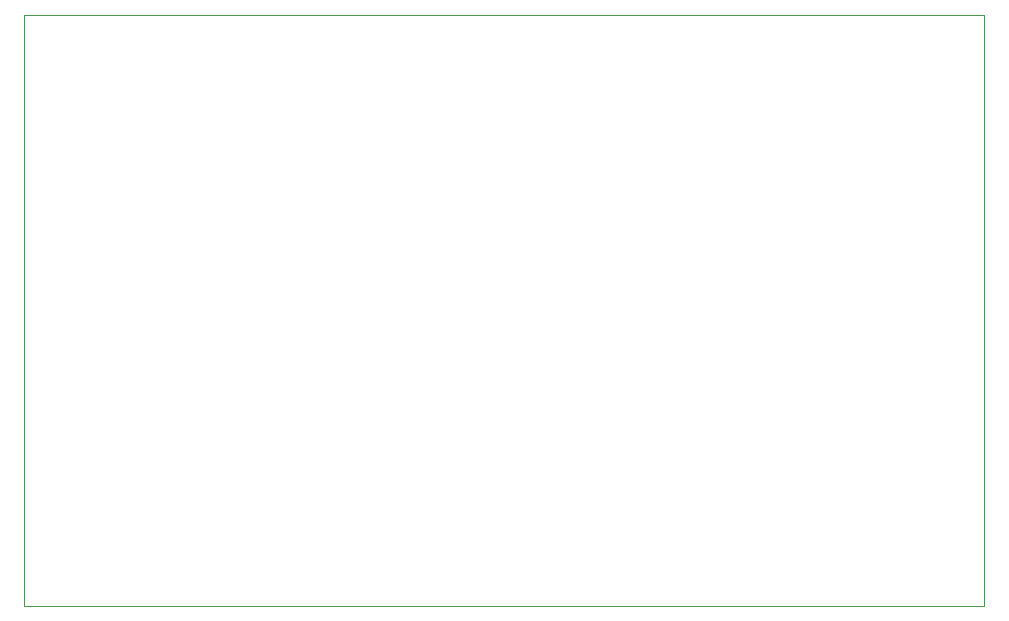
<source format=gm1>
G04 #@! TF.GenerationSoftware,KiCad,Pcbnew,(5.1.2)-1*
G04 #@! TF.CreationDate,2019-11-15T10:44:12-03:00*
G04 #@! TF.ProjectId,Xbee,58626565-2e6b-4696-9361-645f70636258,rev?*
G04 #@! TF.SameCoordinates,Original*
G04 #@! TF.FileFunction,Profile,NP*
%FSLAX46Y46*%
G04 Gerber Fmt 4.6, Leading zero omitted, Abs format (unit mm)*
G04 Created by KiCad (PCBNEW (5.1.2)-1) date 2019-11-15 10:44:12*
%MOMM*%
%LPD*%
G04 APERTURE LIST*
%ADD10C,0.050000*%
G04 APERTURE END LIST*
D10*
X161290000Y-30000000D02*
X161290000Y-80000000D01*
X80000000Y-80000000D02*
X80000000Y-30000000D01*
X161290000Y-80000000D02*
X80000000Y-80000000D01*
X80000000Y-30000000D02*
X161290000Y-30000000D01*
M02*

</source>
